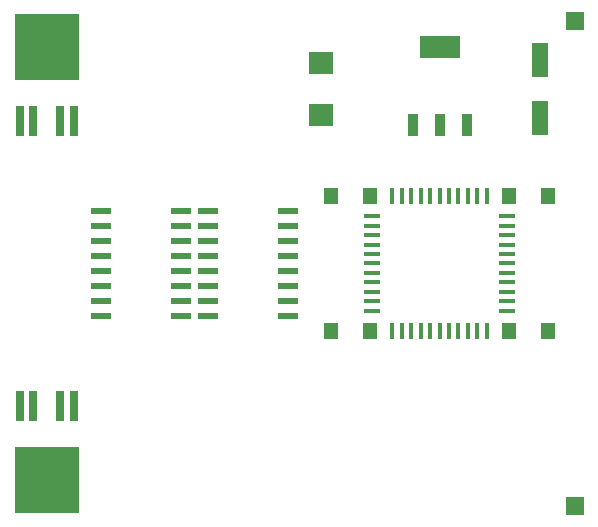
<source format=gtp>
G04 (created by PCBNEW (2013-07-07 BZR 4022)-stable) date 10/14/2016 2:41:48 PM*
%MOIN*%
G04 Gerber Fmt 3.4, Leading zero omitted, Abs format*
%FSLAX34Y34*%
G01*
G70*
G90*
G04 APERTURE LIST*
%ADD10C,0.00590551*%
%ADD11R,0.0162992X0.0543307*%
%ADD12R,0.0543307X0.0162992*%
%ADD13R,0.0592126X0.0592126*%
%ADD14R,0.13248X0.0736*%
%ADD15R,0.0368X0.0736*%
%ADD16R,0.0651968X0.0184*%
%ADD17R,0.0507087X0.0579528*%
%ADD18R,0.0833071X0.076063*%
%ADD19R,0.05796X0.115906*%
%ADD20R,0.0253543X0.101417*%
%ADD21R,0.217323X0.220945*%
G04 APERTURE END LIST*
G54D10*
G54D11*
X59350Y-36037D03*
X59035Y-36037D03*
X58720Y-36037D03*
X58405Y-36037D03*
X58090Y-36037D03*
X57775Y-36037D03*
X59665Y-36037D03*
X59980Y-36037D03*
X60295Y-36037D03*
X60610Y-36037D03*
X60925Y-36037D03*
X59350Y-40537D03*
X59035Y-40537D03*
X58720Y-40537D03*
X58405Y-40537D03*
X58090Y-40537D03*
X57775Y-40537D03*
X59665Y-40537D03*
X59980Y-40537D03*
X60295Y-40537D03*
X60610Y-40537D03*
X60925Y-40537D03*
G54D12*
X57100Y-38287D03*
X61600Y-38287D03*
X57100Y-38602D03*
X61600Y-38602D03*
X61600Y-38917D03*
X57100Y-38917D03*
X57100Y-39232D03*
X61600Y-39232D03*
X61600Y-39547D03*
X57100Y-39547D03*
X57100Y-39862D03*
X61600Y-39862D03*
X61600Y-37972D03*
X57100Y-37972D03*
X57100Y-37657D03*
X61600Y-37657D03*
X61600Y-37342D03*
X57100Y-37342D03*
X57100Y-37027D03*
X61600Y-37027D03*
X61600Y-36712D03*
X57100Y-36712D03*
G54D13*
X63877Y-30216D03*
X63877Y-46358D03*
G54D14*
X59350Y-31081D03*
G54D15*
X59350Y-33681D03*
X60250Y-33681D03*
X58450Y-33681D03*
G54D16*
X54281Y-36537D03*
X54281Y-37537D03*
X54281Y-38037D03*
X54281Y-38537D03*
X54281Y-39037D03*
X54281Y-39537D03*
X54281Y-40037D03*
X51624Y-40037D03*
X51624Y-39537D03*
X51624Y-39037D03*
X51624Y-38537D03*
X51624Y-38037D03*
X51624Y-37537D03*
X51624Y-37037D03*
X51624Y-36537D03*
X54281Y-37037D03*
X50738Y-36537D03*
X50738Y-37537D03*
X50738Y-38037D03*
X50738Y-38537D03*
X50738Y-39037D03*
X50738Y-39537D03*
X50738Y-40037D03*
X48080Y-40037D03*
X48080Y-39537D03*
X48080Y-39037D03*
X48080Y-38537D03*
X48080Y-38037D03*
X48080Y-37537D03*
X48080Y-37037D03*
X48080Y-36537D03*
X50738Y-37037D03*
G54D17*
X61653Y-36023D03*
X62953Y-36023D03*
X57047Y-40551D03*
X55747Y-40551D03*
X61653Y-40551D03*
X62953Y-40551D03*
X57047Y-36023D03*
X55747Y-36023D03*
G54D18*
X55413Y-31614D03*
X55413Y-33346D03*
G54D19*
X62696Y-33444D03*
X62696Y-31515D03*
G54D20*
X45362Y-33543D03*
G54D21*
X46259Y-31062D03*
G54D20*
X45811Y-33543D03*
X46708Y-33543D03*
X47157Y-33543D03*
X47157Y-43031D03*
G54D21*
X46259Y-45511D03*
G54D20*
X46708Y-43031D03*
X45811Y-43031D03*
X45362Y-43031D03*
M02*

</source>
